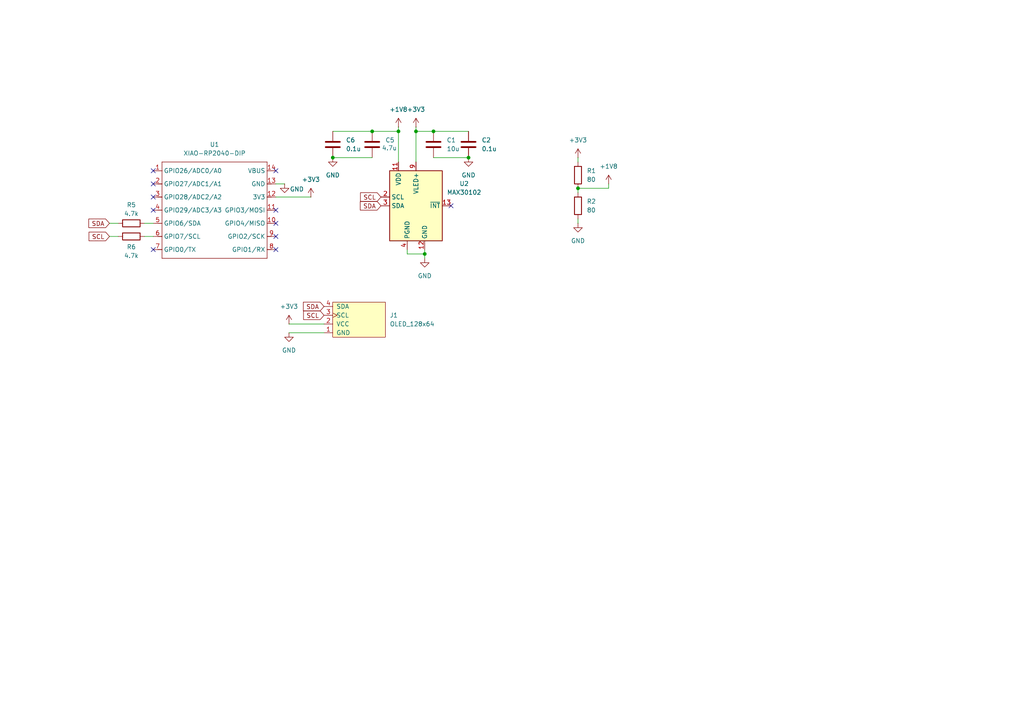
<source format=kicad_sch>
(kicad_sch (version 20250114) (generator "eeschema") (generator_version "9.0")
  (paper "A4")
  (lib_symbols
    (symbol "Device:C" (pin_numbers (hide yes)) (pin_names (offset 0.254))
      (property "Reference" "C" (at 0.635 2.54 0))
      (property "Value" "C" (at 0.635 -2.54 0))
      (symbol "C_0_1"
        (polyline (pts (xy -2.032 0.762) (xy 2.032 0.762)) (stroke (width 0.508)))
        (polyline (pts (xy -2.032 -0.762) (xy 2.032 -0.762)) (stroke (width 0.508)))
      )
      (symbol "C_1_1"
        (pin passive line (at 0 3.81 270) (length 2.794) (name "~") (number "1"))
        (pin passive line (at 0 -3.81 90) (length 2.794) (name "~") (number "2"))
      )
    )
    (symbol "Device:R" (pin_numbers (hide yes)) (pin_names (offset 0))
      (property "Reference" "R" (at 2.032 0 90))
      (property "Value" "R" (at 0 0 90))
      (symbol "R_0_1"
        (rectangle (start -1.016 -2.54) (end 1.016 2.54) (stroke (width 0.254)))
      )
      (symbol "R_1_1"
        (pin passive line (at 0 3.81 270) (length 1.27) (name "~") (number "1"))
        (pin passive line (at 0 -3.81 90) (length 1.27) (name "~") (number "2"))
      )
    )
    (symbol "ScottoKeebs:OLED_128x32" (pin_names (offset 1.016))
      (property "Reference" "J" (at 0 -6.35 0))
      (property "Value" "OLED_128x32" (at 0 6.35 0))
      (symbol "OLED_128x32_0_1"
        (rectangle (start 0 5.08) (end 15.24 -5.08) (fill (type background)))
      )
      (symbol "OLED_128x32_1_1"
        (pin bidirectional line (at -2.54 3.81 0) (length 2.54) (name "SDA") (number "4"))
        (pin input clock (at -2.54 1.27 0) (length 2.54) (name "SCL") (number "3"))
        (pin power_in line (at -2.54 -1.27 0) (length 2.54) (name "VCC") (number "2"))
        (pin power_in line (at -2.54 -3.81 0) (length 2.54) (name "GND") (number "1"))
      )
    )
    (symbol "Seeed_Studio_XIAO_Series:XIAO-RP2040-DIP"
      (property "Reference" "U" (at 0 0 0))
      (property "Value" "XIAO-RP2040-DIP" (at 5.334 -1.778 0))
      (symbol "XIAO-RP2040-DIP_1_0"
        (polyline (pts (xy -1.27 -2.54) (xy 29.21 -2.54)) (stroke (width 0.1524)))
        (polyline (pts (xy -1.27 -5.08) (xy -2.54 -5.08)) (stroke (width 0.1524)))
        (polyline (pts (xy -1.27 -5.08) (xy -1.27 -2.54)) (stroke (width 0.1524)))
        (polyline (pts (xy -1.27 -8.89) (xy -2.54 -8.89)) (stroke (width 0.1524)))
        (polyline (pts (xy -1.27 -8.89) (xy -1.27 -5.08)) (stroke (width 0.1524)))
        (polyline (pts (xy -1.27 -12.7) (xy -2.54 -12.7)) (stroke (width 0.1524)))
        (polyline (pts (xy -1.27 -12.7) (xy -1.27 -8.89)) (stroke (width 0.1524)))
        (polyline (pts (xy -1.27 -16.51) (xy -2.54 -16.51)) (stroke (width 0.1524)))
        (polyline (pts (xy -1.27 -16.51) (xy -1.27 -12.7)) (stroke (width 0.1524)))
        (polyline (pts (xy -1.27 -20.32) (xy -2.54 -20.32)) (stroke (width 0.1524)))
        (polyline (pts (xy -1.27 -24.13) (xy -2.54 -24.13)) (stroke (width 0.1524)))
        (polyline (pts (xy -1.27 -27.94) (xy -2.54 -27.94)) (stroke (width 0.1524)))
        (polyline (pts (xy -1.27 -30.48) (xy -1.27 -16.51)) (stroke (width 0.1524)))
        (polyline (pts (xy 29.21 -2.54) (xy 29.21 -5.08)) (stroke (width 0.1524)))
        (polyline (pts (xy 29.21 -5.08) (xy 29.21 -8.89)) (stroke (width 0.1524)))
        (polyline (pts (xy 29.21 -8.89) (xy 29.21 -12.7)) (stroke (width 0.1524)))
        (polyline (pts (xy 29.21 -12.7) (xy 29.21 -30.48)) (stroke (width 0.1524)))
        (polyline (pts (xy 29.21 -30.48) (xy -1.27 -30.48)) (stroke (width 0.1524)))
        (polyline (pts (xy 30.48 -5.08) (xy 29.21 -5.08)) (stroke (width 0.1524)))
        (polyline (pts (xy 30.48 -8.89) (xy 29.21 -8.89)) (stroke (width 0.1524)))
        (polyline (pts (xy 30.48 -12.7) (xy 29.21 -12.7)) (stroke (width 0.1524)))
        (polyline (pts (xy 30.48 -16.51) (xy 29.21 -16.51)) (stroke (width 0.1524)))
        (polyline (pts (xy 30.48 -20.32) (xy 29.21 -20.32)) (stroke (width 0.1524)))
        (polyline (pts (xy 30.48 -24.13) (xy 29.21 -24.13)) (stroke (width 0.1524)))
        (polyline (pts (xy 30.48 -27.94) (xy 29.21 -27.94)) (stroke (width 0.1524)))
        (pin passive line (at -3.81 -5.08 0) (length 2.54) (name "GPIO26/ADC0/A0") (number "1"))
        (pin passive line (at -3.81 -8.89 0) (length 2.54) (name "GPIO27/ADC1/A1") (number "2"))
        (pin passive line (at -3.81 -12.7 0) (length 2.54) (name "GPIO28/ADC2/A2") (number "3"))
        (pin passive line (at -3.81 -16.51 0) (length 2.54) (name "GPIO29/ADC3/A3") (number "4"))
        (pin passive line (at -3.81 -20.32 0) (length 2.54) (name "GPIO6/SDA") (number "5"))
        (pin passive line (at -3.81 -24.13 0) (length 2.54) (name "GPIO7/SCL") (number "6"))
        (pin passive line (at -3.81 -27.94 0) (length 2.54) (name "GPIO0/TX") (number "7"))
        (pin passive line (at 31.75 -5.08 180) (length 2.54) (name "VBUS") (number "14"))
        (pin passive line (at 31.75 -8.89 180) (length 2.54) (name "GND") (number "13"))
        (pin passive line (at 31.75 -12.7 180) (length 2.54) (name "3V3") (number "12"))
        (pin passive line (at 31.75 -16.51 180) (length 2.54) (name "GPIO3/MOSI") (number "11"))
        (pin passive line (at 31.75 -20.32 180) (length 2.54) (name "GPIO4/MISO") (number "10"))
        (pin passive line (at 31.75 -24.13 180) (length 2.54) (name "GPIO2/SCK") (number "9"))
        (pin passive line (at 31.75 -27.94 180) (length 2.54) (name "GPIO1/RX") (number "8"))
      )
    )
    (symbol "Sensor:MAX30102"
      (property "Reference" "U" (at 7.62 15.24 0))
      (property "Value" "MAX30102" (at 7.62 12.7 0))
      (symbol "MAX30102_0_1"
        (rectangle (start -7.62 10.16) (end 7.62 -10.16) (stroke (width 0.254)) (fill (type background)))
      )
      (symbol "MAX30102_1_1"
        (pin input line (at -10.16 2.54 0) (length 2.54) (name "SCL") (number "2"))
        (pin bidirectional line (at -10.16 0 0) (length 2.54) (name "SDA") (number "3"))
        (pin no_connect line (at -7.62 5.08 0) (length 2.54) (hide yes) (name "NC") (number "1"))
        (pin no_connect line (at -7.62 -2.54 0) (length 2.54) (hide yes) (name "NC") (number "7"))
        (pin power_in line (at -5.08 12.7 270) (length 2.54) (name "VDD") (number "11"))
        (pin power_in line (at -2.54 -12.7 90) (length 2.54) (name "PGND") (number "4"))
        (pin passive line (at 0 12.7 270) (length 2.54) (hide yes) (name "VLED+") (number "10"))
        (pin power_in line (at 0 12.7 270) (length 2.54) (name "VLED+") (number "9"))
        (pin power_in line (at 2.54 -12.7 90) (length 2.54) (name "GND") (number "12"))
        (pin no_connect line (at 7.62 5.08 180) (length 2.54) (hide yes) (name "NC") (number "8"))
        (pin no_connect line (at 7.62 2.54 180) (length 2.54) (hide yes) (name "NC") (number "14"))
        (pin no_connect line (at 7.62 -5.08 180) (length 2.54) (hide yes) (name "NC") (number "6"))
        (pin no_connect line (at 7.62 -7.62 180) (length 2.54) (hide yes) (name "NC") (number "5"))
        (pin output line (at 10.16 0 180) (length 2.54) (name "~{INT}") (number "13"))
      )
    )
    (symbol "power:+1V8" (power) (pin_numbers (hide yes)) (pin_names (offset 0) (hide yes))
      (property "Value" "+1V8" (at 0 3.556 0))
      (symbol "+1V8_0_1"
        (polyline (pts (xy -0.762 1.27) (xy 0 2.54)))
        (polyline (pts (xy 0 2.54) (xy 0.762 1.27)))
        (polyline (pts (xy 0 0) (xy 0 2.54)))
      )
      (symbol "+1V8_1_1"
        (pin power_in line (at 0 0 90) (length 0) (name "~") (number "1"))
      )
    )
    (symbol "power:+3V3" (power) (pin_numbers (hide yes)) (pin_names (offset 0) (hide yes))
      (property "Value" "+3V3" (at 0 3.556 0))
      (symbol "+3V3_0_1"
        (polyline (pts (xy -0.762 1.27) (xy 0 2.54)))
        (polyline (pts (xy 0 2.54) (xy 0.762 1.27)))
        (polyline (pts (xy 0 0) (xy 0 2.54)))
      )
      (symbol "+3V3_1_1"
        (pin power_in line (at 0 0 90) (length 0) (name "~") (number "1"))
      )
    )
    (symbol "power:GND" (power) (pin_numbers (hide yes)) (pin_names (offset 0) (hide yes))
      (property "Value" "GND" (at 0 -3.81 0))
      (symbol "GND_0_1"
        (polyline (pts (xy 0 0) (xy 0 -1.27) (xy 1.27 -1.27) (xy 0 -2.54) (xy -1.27 -1.27) (xy 0 -1.27)))
      )
      (symbol "GND_1_1"
        (pin power_in line (at 0 0 270) (length 0) (name "~") (number "1"))
      )
    )
  )
  (junction (at 115.57 38.1))
  (junction (at 135.89 45.72))
  (junction (at 167.64 54.61))
  (junction (at 123.19 73.66))
  (junction (at 120.65 38.1))
  (junction (at 125.73 38.1))
  (junction (at 107.95 38.1))
  (junction (at 96.52 45.72))
  (no_connect (at 44.45 57.15))
  (no_connect (at 80.01 60.96))
  (no_connect (at 130.81 59.69))
  (no_connect (at 80.01 64.77))
  (no_connect (at 44.45 60.96))
  (no_connect (at 80.01 72.39))
  (no_connect (at 80.01 68.58))
  (no_connect (at 44.45 53.34))
  (no_connect (at 80.01 49.53))
  (no_connect (at 44.45 49.53))
  (no_connect (at 44.45 72.39))
  (wire (pts (xy 167.64 45.72) (xy 167.64 46.99)))
  (wire (pts (xy 118.11 72.39) (xy 118.11 73.66)))
  (wire (pts (xy 80.01 57.15) (xy 90.17 57.15)))
  (wire (pts (xy 83.82 96.52) (xy 93.98 96.52)))
  (wire (pts (xy 120.65 36.83) (xy 120.65 38.1)))
  (wire (pts (xy 31.75 68.58) (xy 34.29 68.58)))
  (wire (pts (xy 31.75 64.77) (xy 34.29 64.77)))
  (wire (pts (xy 125.73 45.72) (xy 135.89 45.72)))
  (wire (pts (xy 125.73 38.1) (xy 135.89 38.1)))
  (wire (pts (xy 83.82 93.98) (xy 93.98 93.98)))
  (wire (pts (xy 41.91 68.58) (xy 44.45 68.58)))
  (wire (pts (xy 118.11 73.66) (xy 123.19 73.66)))
  (wire (pts (xy 120.65 38.1) (xy 120.65 46.99)))
  (wire (pts (xy 176.53 54.61) (xy 167.64 54.61)))
  (wire (pts (xy 80.01 53.34) (xy 82.55 53.34)))
  (wire (pts (xy 115.57 38.1) (xy 115.57 46.99)))
  (wire (pts (xy 123.19 72.39) (xy 123.19 73.66)))
  (wire (pts (xy 123.19 73.66) (xy 123.19 74.93)))
  (wire (pts (xy 107.95 38.1) (xy 115.57 38.1)))
  (wire (pts (xy 96.52 38.1) (xy 107.95 38.1)))
  (wire (pts (xy 41.91 64.77) (xy 44.45 64.77)))
  (wire (pts (xy 176.53 53.34) (xy 176.53 54.61)))
  (wire (pts (xy 167.64 63.5) (xy 167.64 64.77)))
  (wire (pts (xy 115.57 36.83) (xy 115.57 38.1)))
  (wire (pts (xy 120.65 38.1) (xy 125.73 38.1)))
  (wire (pts (xy 96.52 45.72) (xy 107.95 45.72)))
  (wire (pts (xy 167.64 54.61) (xy 167.64 55.88)))
  (global_label "SDA" (shape input) (at 93.98 88.9 180) (property "Intersheetrefs" "${INTERSHEET_REFS}" (effects (hide yes))))
  (global_label "SCL" (shape input) (at 110.49 57.15 180) (property "Intersheetrefs" "${INTERSHEET_REFS}" (effects (hide yes))))
  (global_label "SCL" (shape input) (at 93.98 91.44 180) (property "Intersheetrefs" "${INTERSHEET_REFS}" (effects (hide yes))))
  (global_label "SCL" (shape input) (at 31.75 68.58 180) (property "Intersheetrefs" "${INTERSHEET_REFS}" (effects (hide yes))))
  (global_label "SDA" (shape input) (at 31.75 64.77 180) (property "Intersheetrefs" "${INTERSHEET_REFS}" (effects (hide yes))))
  (global_label "SDA" (shape input) (at 110.49 59.69 180) (property "Intersheetrefs" "${INTERSHEET_REFS}" (effects (hide yes))))
  (symbol (lib_id "Device:R") (at 38.1 64.77 90) (unit 1)
    (property "Reference" "R5" (at 38.1 59.436 90))
    (property "Value" "4.7k" (at 38.1 61.976 90))
    (property "Footprint" "Resistor_SMD:R_0805_2012Metric" (effects (hide yes)))
    (property "Description" "Resistor" (effects (hide yes)))
  )
  (symbol (lib_id "Device:C") (at 107.95 41.91 0) (unit 1)
    (property "Reference" "C5" (at 111.76 40.6399 0) (effects (justify left)))
    (property "Value" "4.7u" (at 110.744 42.926 0) (effects (justify left)))
    (property "Footprint" "Capacitor_SMD:C_0805_2012Metric" (effects (hide yes)))
    (property "Description" "Unpolarized capacitor" (effects (hide yes)))
  )
  (symbol (lib_id "power:GND") (at 123.19 74.93 0) (unit 1)
    (property "Reference" "#PWR02" (effects (hide yes)))
    (property "Value" "GND" (at 123.19 80.01 0))
    (property "Description" "Power symbol creates a global label with name \"GND\" , ground" (effects (hide yes)))
  )
  (symbol (lib_id "power:GND") (at 96.52 45.72 0) (unit 1)
    (property "Reference" "#PWR05" (effects (hide yes)))
    (property "Value" "GND" (at 96.52 50.8 0))
    (property "Description" "Power symbol creates a global label with name \"GND\" , ground" (effects (hide yes)))
  )
  (symbol (lib_id "Seeed_Studio_XIAO_Series:XIAO-RP2040-DIP") (at 48.26 44.45 0) (unit 1)
    (property "Reference" "U1" (at 62.23 41.91 0))
    (property "Value" "XIAO-RP2040-DIP" (at 62.23 44.45 0))
    (property "Footprint" "EE Parts:XIAO-RP2040-DIP" (effects (hide yes)))
  )
  (symbol (lib_id "power:+3V3") (at 83.82 93.98 0) (unit 1)
    (property "Reference" "#PWR09" (effects (hide yes)))
    (property "Value" "+3V3" (at 83.82 88.9 0))
    (property "Description" "Power symbol creates a global label with name \"+3V3\"" (effects (hide yes)))
  )
  (symbol (lib_id "power:+3V3") (at 167.64 45.72 0) (unit 1)
    (property "Reference" "#PWR07" (effects (hide yes)))
    (property "Value" "+3V3" (at 167.64 40.64 0))
    (property "Description" "Power symbol creates a global label with name \"+3V3\"" (effects (hide yes)))
  )
  (symbol (lib_id "power:GND") (at 167.64 64.77 0) (unit 1)
    (property "Reference" "#PWR08" (effects (hide yes)))
    (property "Value" "GND" (at 167.64 69.85 0))
    (property "Description" "Power symbol creates a global label with name \"GND\" , ground" (effects (hide yes)))
  )
  (symbol (lib_id "Device:C") (at 125.73 41.91 0) (unit 1)
    (property "Reference" "C1" (at 129.54 40.6399 0) (effects (justify left)))
    (property "Value" "10u" (at 129.54 43.1799 0) (effects (justify left)))
    (property "Footprint" "Capacitor_SMD:C_0805_2012Metric" (effects (hide yes)))
    (property "Description" "Unpolarized capacitor" (effects (hide yes)))
  )
  (symbol (lib_id "Device:C") (at 135.89 41.91 0) (unit 1)
    (property "Reference" "C2" (at 139.7 40.6399 0) (effects (justify left)))
    (property "Value" "0.1u" (at 139.7 43.1799 0) (effects (justify left)))
    (property "Footprint" "Capacitor_SMD:C_0805_2012Metric" (effects (hide yes)))
    (property "Description" "Unpolarized capacitor" (effects (hide yes)))
  )
  (symbol (lib_id "power:+3V3") (at 90.17 57.15 0) (unit 1)
    (property "Reference" "#PWR012" (effects (hide yes)))
    (property "Value" "+3V3" (at 90.17 52.07 0))
    (property "Description" "Power symbol creates a global label with name \"+3V3\"" (effects (hide yes)))
  )
  (symbol (lib_id "Sensor:MAX30102") (at 120.65 59.69 0) (unit 1)
    (property "Reference" "U2" (at 134.62 53.2698 0))
    (property "Value" "MAX30102" (at 134.62 55.8098 0))
    (property "Footprint" "OptoDevice:Maxim_OLGA-14_3.3x5.6mm_P0.8mm" (effects (hide yes)))
    (property "Datasheet" "https://datasheets.maximintegrated.com/en/ds/MAX30102.pdf" (effects (hide yes)))
    (property "Description" "Heart Rate Sensor, 14-OLGA" (effects (hide yes)))
  )
  (symbol (lib_id "ScottoKeebs:OLED_128x32") (at 96.52 92.71 0) (unit 1)
    (property "Reference" "J1" (at 113.03 91.4399 0) (effects (justify left)))
    (property "Value" "OLED_128x64" (at 113.03 93.9799 0) (effects (justify left)))
    (property "Footprint" "SSD1306:128x64OLED" (effects (hide yes)))
  )
  (symbol (lib_id "Device:C") (at 96.52 41.91 0) (unit 1)
    (property "Reference" "C6" (at 100.33 40.6399 0) (effects (justify left)))
    (property "Value" "0.1u" (at 100.33 43.1799 0) (effects (justify left)))
    (property "Footprint" "Capacitor_SMD:C_0805_2012Metric" (effects (hide yes)))
    (property "Description" "Unpolarized capacitor" (effects (hide yes)))
  )
  (symbol (lib_id "power:+1V8") (at 176.53 53.34 0) (unit 1)
    (property "Reference" "#PWR06" (effects (hide yes)))
    (property "Value" "+1V8" (at 176.53 48.26 0))
    (property "Description" "Power symbol creates a global label with name \"+1V8\"" (effects (hide yes)))
  )
  (symbol (lib_id "power:+3V3") (at 120.65 36.83 0) (unit 1)
    (property "Reference" "#PWR01" (effects (hide yes)))
    (property "Value" "+3V3" (at 120.65 31.75 0))
    (property "Description" "Power symbol creates a global label with name \"+3V3\"" (effects (hide yes)))
  )
  (symbol (lib_id "power:+1V8") (at 115.57 36.83 0) (mirror y) (unit 1)
    (property "Reference" "#PWR04" (effects (hide yes)))
    (property "Value" "+1V8" (at 115.57 31.75 0))
    (property "Description" "Power symbol creates a global label with name \"+1V8\"" (effects (hide yes)))
  )
  (symbol (lib_id "Device:R") (at 38.1 68.58 90) (unit 1)
    (property "Reference" "R6" (at 38.1 71.628 90))
    (property "Value" "4.7k" (at 38.1 74.168 90))
    (property "Footprint" "Resistor_SMD:R_0805_2012Metric" (effects (hide yes)))
    (property "Description" "Resistor" (effects (hide yes)))
  )
  (symbol (lib_id "Device:R") (at 167.64 50.8 0) (unit 1)
    (property "Reference" "R1" (at 170.18 49.5299 0) (effects (justify left)))
    (property "Value" "80" (at 170.18 52.0699 0) (effects (justify left)))
    (property "Footprint" "Resistor_SMD:R_0805_2012Metric" (effects (hide yes)))
    (property "Description" "Resistor" (effects (hide yes)))
  )
  (symbol (lib_id "power:GND") (at 135.89 45.72 0) (unit 1)
    (property "Reference" "#PWR03" (effects (hide yes)))
    (property "Value" "GND" (at 135.89 50.8 0))
    (property "Description" "Power symbol creates a global label with name \"GND\" , ground" (effects (hide yes)))
  )
  (symbol (lib_id "power:GND") (at 83.82 96.52 0) (unit 1)
    (property "Reference" "#PWR010" (effects (hide yes)))
    (property "Value" "GND" (at 83.82 101.6 0))
    (property "Description" "Power symbol creates a global label with name \"GND\" , ground" (effects (hide yes)))
  )
  (symbol (lib_id "power:GND") (at 82.55 53.34 0) (unit 1)
    (property "Reference" "#PWR011" (effects (hide yes)))
    (property "Value" "GND" (at 86.106 54.864 0))
    (property "Description" "Power symbol creates a global label with name \"GND\" , ground" (effects (hide yes)))
  )
  (symbol (lib_id "Device:R") (at 167.64 59.69 0) (unit 1)
    (property "Reference" "R2" (at 170.18 58.4199 0) (effects (justify left)))
    (property "Value" "80" (at 170.18 60.9599 0) (effects (justify left)))
    (property "Footprint" "Resistor_SMD:R_0805_2012Metric" (effects (hide yes)))
    (property "Description" "Resistor" (effects (hide yes)))
  )
)
</source>
